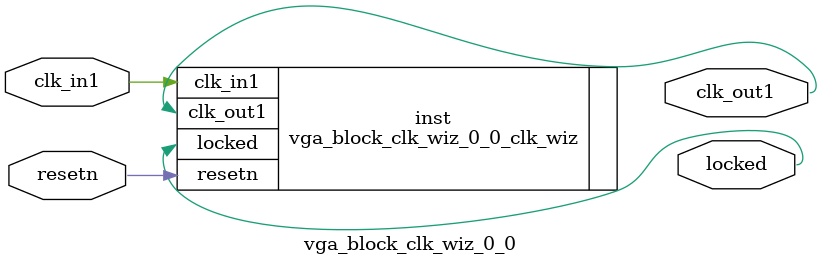
<source format=v>


`timescale 1ps/1ps

(* CORE_GENERATION_INFO = "vga_block_clk_wiz_0_0,clk_wiz_v6_0_0_0,{component_name=vga_block_clk_wiz_0_0,use_phase_alignment=true,use_min_o_jitter=false,use_max_i_jitter=false,use_dyn_phase_shift=false,use_inclk_switchover=false,use_dyn_reconfig=false,enable_axi=0,feedback_source=FDBK_AUTO,PRIMITIVE=MMCM,num_out_clk=1,clkin1_period=10.000,clkin2_period=10.000,use_power_down=false,use_reset=true,use_locked=true,use_inclk_stopped=false,feedback_type=SINGLE,CLOCK_MGR_TYPE=NA,manual_override=false}" *)

module vga_block_clk_wiz_0_0 
 (
  // Clock out ports
  output        clk_out1,
  // Status and control signals
  input         resetn,
  output        locked,
 // Clock in ports
  input         clk_in1
 );

  vga_block_clk_wiz_0_0_clk_wiz inst
  (
  // Clock out ports  
  .clk_out1(clk_out1),
  // Status and control signals               
  .resetn(resetn), 
  .locked(locked),
 // Clock in ports
  .clk_in1(clk_in1)
  );

endmodule

</source>
